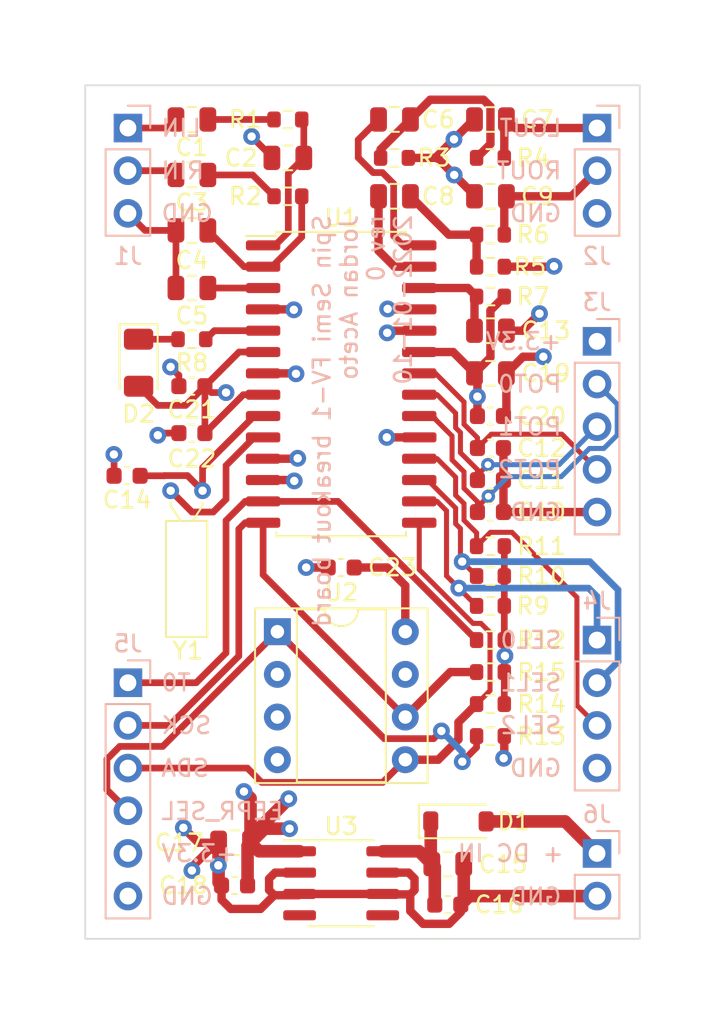
<source format=kicad_pcb>
(kicad_pcb (version 20221018) (generator pcbnew)
  (title_block (title "Spin Semi FV-1 Breakout Board") (date "2022-01-14") (rev "0") (comment 1 "creativecommons.org/licenses/by-sa/4.0/") (comment 2 "License: CC-by-SA") (comment 3 "Drawn by: Jordan Aceto"))
  (layers (0 "F.Cu" signal) (1 "In1.Cu" signal) (2 "In2.Cu" signal) (31 "B.Cu" signal) (34 "B.Paste" user) (35 "F.Paste" user) (36 "B.SilkS" user "B.Silkscreen") (37 "F.SilkS" user "F.Silkscreen") (38 "B.Mask" user) (39 "F.Mask" user) (44 "Edge.Cuts" user))
  (net 0 "")
  (net 1 "Net-(J1-Pin_1)")
  (net 2 "Net-(C1-Pad2)")
  (net 3 "Net-(U1-LIN)")
  (net 4 "GND")
  (net 5 "Net-(J1-Pin_2)")
  (net 6 "Net-(C3-Pad2)")
  (net 7 "Net-(U1-RIN)")
  (net 8 "Net-(U1-MID)")
  (net 9 "Net-(U1-LOUT)")
  (net 10 "Net-(C6-Pad2)")
  (net 11 "Net-(J2-Pin_1)")
  (net 12 "Net-(U1-ROUT)")
  (net 13 "Net-(C8-Pad2)")
  (net 14 "Net-(J2-Pin_2)")
  (net 15 "Net-(J3-Pin_2)")
  (net 16 "Net-(J3-Pin_3)")
  (net 17 "Net-(J3-Pin_4)")
  (net 18 "Net-(U1-REFP)")
  (net 19 "Net-(U1-X2)")
  (net 20 "Net-(D1-K)")
  (net 21 "+3.3V")
  (net 22 "Net-(D1-A)")
  (net 23 "Net-(D2-K)")
  (net 24 "Net-(J4-Pin_1)")
  (net 25 "Net-(J4-Pin_2)")
  (net 26 "Net-(J4-Pin_3)")
  (net 27 "/SDA")
  (net 28 "/SCK")
  (net 29 "/EEPR_SEL")
  (net 30 "/T0")
  (net 31 "Net-(U1-CLIP)")
  (net 32 "Net-(U1-X1)")
  (footprint "Capacitor_SMD:C_0805_2012Metric" (layer "F.Cu") (at 151.13 95.885)
    (fp_text reference "C19")
    (fp_text value "10u")
  )
  (footprint "Capacitor_SMD:C_0805_2012Metric" (layer "F.Cu") (at 133.35 90.805 180)
    (fp_text reference "C5")
    (fp_text value "10u")
  )
  (footprint "Resistor_SMD:R_0603_1608Metric" (layer "F.Cu") (at 151.13 107.95 180)
    (fp_text reference "R10")
    (fp_text value "10k")
  )
  (footprint "LED_SMD:LED_1206_3216Metric" (layer "F.Cu") (at 130.175 95.25 -90)
    (fp_text reference "D2")
    (fp_text value "LED")
  )
  (footprint "Package_SO:SOIC-8_3.9x4.9mm_P1.27mm" (layer "F.Cu") (at 142.24 126.238)
    (fp_text reference "U3")
    (fp_text value "L78L33_SO8")
  )
  (footprint "Capacitor_SMD:C_0805_2012Metric" (layer "F.Cu") (at 151.13 93.345)
    (fp_text reference "C13")
    (fp_text value "1u")
  )
  (footprint "Resistor_SMD:R_0603_1608Metric" (layer "F.Cu") (at 151.13 113.665 180)
    (fp_text reference "R15")
    (fp_text value "2k2")
  )
  (footprint "Diode_SMD:D_SOD-123" (layer "F.Cu") (at 149.225 122.555)
    (fp_text reference "D1")
    (fp_text value "D_Schottky")
  )
  (footprint "Capacitor_SMD:C_0603_1608Metric" (layer "F.Cu") (at 129.4892 101.981 180)
    (fp_text reference "C14")
    (fp_text value "12p")
  )
  (footprint "Capacitor_SMD:C_0805_2012Metric" (layer "F.Cu") (at 145.415 80.772)
    (fp_text reference "C6")
    (fp_text value "10u")
  )
  (footprint "Capacitor_SMD:C_0603_1608Metric" (layer "F.Cu") (at 133.35 96.647 180)
    (fp_text reference "C21")
    (fp_text value "100n")
  )
  (footprint "Resistor_SMD:R_0603_1608Metric" (layer "F.Cu") (at 151.13 87.63)
    (fp_text reference "R6")
    (fp_text value "1k")
  )
  (footprint "Capacitor_SMD:C_0603_1608Metric" (layer "F.Cu") (at 151.13 104.14)
    (fp_text reference "C10")
    (fp_text value "100n")
  )
  (footprint "Capacitor_SMD:C_0603_1608Metric" (layer "F.Cu") (at 142.24 107.442 180)
    (fp_text reference "C23")
    (fp_text value "100n")
  )
  (footprint "Capacitor_SMD:C_0805_2012Metric" (layer "F.Cu") (at 135.89 123.825 180)
    (fp_text reference "C17")
    (fp_text value "10u")
  )
  (footprint "Capacitor_SMD:C_0805_2012Metric" (layer "F.Cu") (at 148.59 125.095)
    (fp_text reference "C15")
    (fp_text value "10u")
  )
  (footprint "Capacitor_SMD:C_0603_1608Metric" (layer "F.Cu") (at 151.13 100.33)
    (fp_text reference "C12")
    (fp_text value "100n")
  )
  (footprint "Crystal:Crystal_C26-LF_D2.1mm_L6.5mm_Horizontal" (layer "F.Cu") (at 132.085 102.87)
    (fp_text reference "Y1")
    (fp_text value "32768Hz")
  )
  (footprint "Capacitor_SMD:C_0805_2012Metric" (layer "F.Cu") (at 133.35 84.074)
    (fp_text reference "C3")
    (fp_text value "1u")
  )
  (footprint "Resistor_SMD:R_0603_1608Metric" (layer "F.Cu") (at 151.13 89.535)
    (fp_text reference "R5")
    (fp_text value "10k")
  )
  (footprint "Capacitor_SMD:C_0603_1608Metric" (layer "F.Cu") (at 148.59 127.508)
    (fp_text reference "C16")
    (fp_text value "100n")
  )
  (footprint "Resistor_SMD:R_0603_1608Metric" (layer "F.Cu") (at 151.13 83.058)
    (fp_text reference "R4")
    (fp_text value "1k")
  )
  (footprint "Resistor_SMD:R_0603_1608Metric" (layer "F.Cu") (at 151.13 106.172 180)
    (fp_text reference "R11")
    (fp_text value "10k")
  )
  (footprint "Resistor_SMD:R_0603_1608Metric" (layer "F.Cu") (at 151.13 91.313 180)
    (fp_text reference "R7")
    (fp_text value "100")
  )
  (footprint "Resistor_SMD:R_0603_1608Metric" (layer "F.Cu") (at 145.415 83.058)
    (fp_text reference "R3")
    (fp_text value "10k")
  )
  (footprint "Capacitor_SMD:C_0805_2012Metric" (layer "F.Cu") (at 151.13 80.772 180)
    (fp_text reference "C7")
    (fp_text value "2n2")
  )
  (footprint "Capacitor_SMD:C_0805_2012Metric" (layer "F.Cu") (at 145.415 85.344)
    (fp_text reference "C8")
    (fp_text value "10u")
  )
  (footprint "Resistor_SMD:R_0603_1608Metric" (layer "F.Cu") (at 151.13 111.76 180)
    (fp_text reference "R12")
    (fp_text value "10k")
  )
  (footprint "Resistor_SMD:R_0603_1608Metric" (layer "F.Cu") (at 139.065 80.772)
    (fp_text reference "R1")
    (fp_text value "1k")
  )
  (footprint "Capacitor_SMD:C_0603_1608Metric" (layer "F.Cu") (at 133.35 99.441 180)
    (fp_text reference "C22")
    (fp_text value "100n")
  )
  (footprint "Package_DIP:DIP-8_W7.62mm_Socket" (layer "F.Cu") (at 138.44 111.262)
    (fp_text reference "U2")
    (fp_text value "24LC32")
  )
  (footprint "Capacitor_SMD:C_0805_2012Metric" (layer "F.Cu") (at 139.065 83.058 180)
    (fp_text reference "C2")
    (fp_text value "1n COG")
  )
  (footprint "Resistor_SMD:R_0603_1608Metric" (layer "F.Cu") (at 151.13 109.728 180)
    (fp_text reference "R9")
    (fp_text value "10k")
  )
  (footprint "Capacitor_SMD:C_0805_2012Metric" (layer "F.Cu") (at 133.35 87.376 180)
    (fp_text reference "C4")
    (fp_text value "1n COG")
  )
  (footprint "Capacitor_SMD:C_0603_1608Metric" (layer "F.Cu") (at 135.89 126.365 180)
    (fp_text reference "C18")
    (fp_text value "100n")
  )
  (footprint "Resistor_SMD:R_0603_1608Metric" (layer "F.Cu") (at 133.35 93.853 180)
    (fp_text reference "R8")
    (fp_text value "2k2")
  )
  (footprint "Capacitor_SMD:C_0805_2012Metric" (layer "F.Cu") (at 133.35 80.772)
    (fp_text reference "C1")
    (fp_text value "1u")
  )
  (footprint "Resistor_SMD:R_0603_1608Metric" (layer "F.Cu") (at 139.065 85.344)
    (fp_text reference "R2")
    (fp_text value "1k")
  )
  (footprint "Capacitor_SMD:C_0805_2012Metric" (layer "F.Cu") (at 151.13 85.344 180)
    (fp_text reference "C9")
    (fp_text value "2n2")
  )
  (footprint "Package_SO:SOIC-28W_7.5x17.9mm_P1.27mm" (layer "F.Cu") (at 142.24 96.52)
    (fp_text reference "U1")
    (fp_text value "spin_semi_fv1")
  )
  (footprint "Resistor_SMD:R_0603_1608Metric" (layer "F.Cu") (at 151.13 117.475)
    (fp_text reference "R13")
    (fp_text value "10k")
  )
  (footprint "Capacitor_SMD:C_0603_1608Metric" (layer "F.Cu") (at 151.13 102.235)
    (fp_text reference "C11")
    (fp_text value "100n")
  )
  (footprint "Resistor_SMD:R_0603_1608Metric" (layer "F.Cu") (at 151.13 115.57 180)
    (fp_text reference "R14")
    (fp_text value "2k2")
  )
  (footprint "Capacitor_SMD:C_0603_1608Metric" (layer "F.Cu") (at 151.13 98.425)
    (fp_text reference "C20")
    (fp_text value "100n")
  )
  (footprint "Connector_PinHeader_2.54mm:PinHeader_1x03_P2.54mm_Vertical" (layer "B.Cu") (at 157.48 81.28 180)
    (fp_text reference "J2")
    (fp_text value "signal_out")
  )
  (footprint "Connector_PinHeader_2.54mm:PinHeader_1x05_P2.54mm_Vertical" (layer "B.Cu") (at 157.48 93.98 180)
    (fp_text reference "J3")
    (fp_text value "cv_in")
  )
  (footprint "Connector_PinHeader_2.54mm:PinHeader_1x06_P2.54mm_Vertical" (layer "B.Cu") (at 129.54 114.3 180)
    (fp_text reference "J5")
    (fp_text value "eeprom_prog_port")
  )
  (footprint "Connector_PinHeader_2.54mm:PinHeader_1x03_P2.54mm_Vertical" (layer "B.Cu") (at 129.54 81.28 180)
    (fp_text reference "J1")
    (fp_text value "signal_in")
  )
  (footprint "Connector_PinHeader_2.54mm:PinHeader_1x04_P2.54mm_Vertical" (layer "B.Cu") (at 157.48 111.76 180)
    (fp_text reference "J4")
    (fp_text value "prog_sel")
  )
  (footprint "Connector_PinHeader_2.54mm:PinHeader_1x02_P2.54mm_Vertical" (layer "B.Cu") (at 157.48 124.46 180)
    (fp_text reference "J6")
    (fp_text value "DC_in")
  )
  (gr_line (start 160.02 78.74) (end 127 78.74) (stroke (width 0.1)) (layer "Edge.Cuts"))
  (gr_line (start 127 78.74) (end 127 129.54) (stroke (width 0.1)) (layer "Edge.Cuts"))
  (gr_line (start 160.02 129.54) (end 160.02 78.74) (stroke (width 0.1)) (layer "Edge.Cuts"))
  (gr_line (start 127 129.54) (end 160.02 129.54) (stroke (width 0.1)) (layer "Edge.Cuts"))
  (gr_text "SEL1" (at 155.448 114.3) (layer "B.SilkS") (effects (font (size 1 1)) (justify left mirror)))
  (gr_text "POT0" (at 155.448 96.52) (layer "B.SilkS") (effects (font (size 1 1)) (justify left mirror)))
  (gr_text "POT2" (at 155.448 101.6) (layer "B.SilkS") (effects (font (size 1 1)) (justify left mirror)))
  (gr_text "SDA" (at 131.445 119.38) (layer "B.SilkS") (effects (font (size 1 1)) (justify right mirror)))
  (gr_text "+ DC IN" (at 155.575 124.46) (layer "B.SilkS") (effects (font (size 1 1)) (justify left mirror)))
  (gr_text "LIN" (at 131.445 81.28) (layer "B.SilkS") (effects (font (size 1 1)) (justify right mirror)))
  (gr_text "SEL0" (at 155.448 111.76) (layer "B.SilkS") (effects (font (size 1 1)) (justify left mirror)))
  (gr_text "+3.3V" (at 155.448 93.98) (layer "B.SilkS") (effects (font (size 1 1)) (justify left mirror)))
  (gr_text "POT1" (at 155.448 99.06) (layer "B.SilkS") (effects (font (size 1 1)) (justify left mirror)))
  (gr_text "EEPR_SEL" (at 131.445 121.95) (layer "B.SilkS") (effects (font (size 1 1)) (justify right mirror)))
  (gr_text "SCK" (at 131.445 116.84) (layer "B.SilkS") (effects (font (size 1 1)) (justify right mirror)))
  (gr_text "GND" (at 155.448 127.03) (layer "B.SilkS") (effects (font (size 1 1)) (justify left mirror)))
  (gr_text "GND" (at 155.448 104.14) (layer "B.SilkS") (effects (font (size 1 1)) (justify left mirror)))
  (gr_text "SEL2" (at 155.448 116.84) (layer "B.SilkS") (effects (font (size 1 1)) (justify left mirror)))
  (gr_text "GND" (at 131.445 127) (layer "B.SilkS") (effects (font (size 1 1)) (justify right mirror)))
  (gr_text "Spin Semi FV-1 breakout board\nJordan Aceto\nrev 0\n2022-01-10" (at 143.51 86.36 90) (layer "B.SilkS") (effects (font (size 1 1)) (justify left mirror)))
  (gr_text "RIN" (at 131.445 83.82) (layer "B.SilkS") (effects (font (size 1 1)) (justify right mirror)))
  (gr_text "T0" (at 131.445 114.3) (layer "B.SilkS") (effects (font (size 1 1)) (justify right mirror)))
  (gr_text "GND" (at 155.448 86.36) (layer "B.SilkS") (effects (font (size 1 1)) (justify left mirror)))
  (gr_text "LOUT" (at 155.448 81.28) (layer "B.SilkS") (effects (font (size 1 1)) (justify left mirror)))
  (gr_text "GND" (at 131.445 86.36) (layer "B.SilkS") (effects (font (size 1 1)) (justify right mirror)))
  (gr_text "+3.3V" (at 131.445 124.46) (layer "B.SilkS") (effects (font (size 1 1)) (justify right mirror)))
  (gr_text "GND" (at 155.448 119.38) (layer "B.SilkS") (effects (font (size 1 1)) (justify left mirror)))
  (gr_text "ROUT" (at 155.448 83.82) (layer "B.SilkS") (effects (font (size 1 1)) (justify left mirror)))
  (segment (start 131.892 81.28) (end 132.4 80.772) (width 0.4) (layer "F.Cu") (net 1))
  (segment (start 129.54 81.28) (end 131.892 81.28) (width 0.4) (layer "F.Cu") (net 1))
  (segment (start 134.3 80.772) (end 138.24 80.772) (width 0.4) (layer "F.Cu") (net 2))
  (segment (start 139.09048 83.98252) (end 139.09048 87.47752) (width 0.4) (layer "F.Cu") (net 3))
  (segment (start 138.303 88.265) (end 137.59 88.265) (width 0.4) (layer "F.Cu") (net 3))
  (segment (start 140.015 80.897) (end 139.89 80.772) (width 0.4) (layer "F.Cu") (net 3))
  (segment (start 139.09048 87.47752) (end 138.303 88.265) (width 0.4) (layer "F.Cu") (net 3))
  (segment (start 140.015 83.058) (end 139.09048 83.98252) (width 0.4) (layer "F.Cu") (net 3))
  (segment (start 140.015 83.058) (end 140.015 80.897) (width 0.4) (layer "F.Cu") (net 3))
  (segment (start 145.034 92.075) (end 145.0086 92.0496) (width 0.5) (layer "F.Cu") (net 4))
  (segment (start 130.556 87.376) (end 129.54 86.36) (width 0.4) (layer "F.Cu") (net 4))
  (segment (start 150.1394 80.772) (end 148.9583 81.9531) (width 0.5) (layer "F.Cu") (net 4))
  (segment (start 139.6238 100.965) (end 139.6492 100.9396) (width 0.5) (layer "F.Cu") (net 4))
  (segment (start 137.9474 125.9586) (end 137.9474 126.6444) (width 0.5) (layer "F.Cu") (net 4))
  (segment (start 149.873 127) (end 157.48 127) (width 0.75) (layer "F.Cu") (net 4))
  (segment (start 132.575 96.647) (end 132.575 95.999) (width 0.4) (layer "F.Cu") (net 4))
  (segment (start 152.08 95.885) (end 153.0706 94.8944) (width 0.5) (layer "F.Cu") (net 4))
  (segment (start 149.365 127.508) (end 149.873 127) (width 0.75) (layer "F.Cu") (net 4))
  (segment (start 147.1168 128.651) (end 148.6662 128.651) (width 0.5) (layer "F.Cu") (net 4))
  (segment (start 137.9474 126.6444) (end 138.2522 126.9492) (width 0.5) (layer "F.Cu") (net 4))
  (segment (start 146.89 93.345) (end 145.1102 93.345) (width 0.5) (layer "F.Cu") (net 4))
  (segment (start 146.89 92.075) (end 145.034 92.075) (width 0.5) (layer "F.Cu") (net 4))
  (segment (start 132.575 95.999) (end 132.08 95.504) (width 0.4) (layer "F.Cu") (net 4))
  (segment (start 151.955 118.7582) (end 151.9174 118.7958) (width 0.5) (layer "F.Cu") (net 4))
  (segment (start 151.905 104.14) (end 157.48 104.14) (width 0.5) (layer "F.Cu") (net 4))
  (segment (start 152.08 98.25) (end 151.905 98.425) (width 0.5) (layer "F.Cu") (net 4))
  (segment (start 134.94 123.825) (end 134.9248 123.8402) (width 0.5) (layer "F.Cu") (net 4))
  (segment (start 146.6088 126.6444) (end 146.3548 126.8984) (width 0.5) (layer "F.Cu") (net 4))
  (segment (start 150.18 80.772) (end 150.1394 80.772) (width 0.5) (layer "F.Cu") (net 4))
  (segment (start 146.89 99.695) (end 144.9578 99.695) (width 0.5) (layer "F.Cu") (net 4))
  (segment (start 144.715 125.603) (end 146.2532 125.603) (width 0.5) (layer "F.Cu") (net 4))
  (segment (start 150.18 85.283) (end 148.971 84.074) (width 0.5) (layer "F.Cu") (net 4))
  (segment (start 137.59 102.235) (end 139.3952 102.235) (width 0.5) (layer "F.Cu") (net 4))
  (segment (start 132.575 99.441) (end 131.445 99.441) (width 0.4) (layer "F.Cu") (net 4))
  (segment (start 149.54 125.095) (end 149.54 127.333) (width 0.75) (layer "F.Cu") (net 4))
  (segment (start 146.6088 125.9586) (end 146.6088 126.6444) (width 0.5) (layer "F.Cu") (net 4))
  (segment (start 128.7142 100.7234) (end 128.7018 100.711) (width 0.4) (layer "F.Cu") (net 4))
  (segment (start 146.24 83.058) (end 147.955 83.058) (width 0.5) (layer "F.Cu") (net 4))
  (segment (start 139.5222 95.885) (end 139.5476 95.9104) (width 0.5) (layer "F.Cu") (net 4))
  (segment (start 138.115 83.058) (end 138.115 82.997) (width 0.4) (layer "F.Cu") (net 4))
  (segment (start 137.59 92.075) (end 139.3952 92.075) (width 0.5) (layer "F.Cu") (net 4))
  (segment (start 134.7978 123.825) (end 133.35 125.2728) (width 0.5) (layer "F.Cu") (net 4))
  (segment (start 147.955 83.058) (end 147.955 82.9564) (width 0.5) (layer "F.Cu") (net 4))
  (segment (start 151.955 89.535) (end 154.8892 89.535) (width 0.5) (layer "F.Cu") (net 4))
  (segment (start 144.7404 126.8984) (end 144.715 126.873) (width 0.5) (layer "F.Cu") (net 4))
  (segment (start 131.445 99.441) (end 131.318 99.568) (width 0.4) (layer "F.Cu") (net 4))
  (segment (start 146.2532 125.603) (end 146.6088 125.9586) (width 0.5) (layer "F.Cu") (net 4))
  (segment (start 137.4394 127.762) (end 135.6614 127.762) (width 0.5) (layer "F.Cu") (net 4))
  (segment (start 135.6614 127.762) (end 135.115 127.2156) (width 0.5) (layer "F.Cu") (net 4))
  (segment (start 146.3548 127.889) (end 147.1168 128.651) (width 0.5) (layer "F.Cu") (net 4))
  (segment (start 132.4 87.376) (end 132.4 90.805) (width 0.4) (layer "F.Cu") (net 4))
  (segment (start 137.59 100.965) (end 139.6238 100.965) (width 0.5) (layer "F.Cu") (net 4))
  (segment (start 135.115 127.2156) (end 135.115 126.365) (width 0.5) (layer "F.Cu") (net 4))
  (segment (start 147.955 82.9564) (end 148.9456 81.9658) (width 0.5) (layer "F.Cu") (net 4))
  (segment (start 134.94 123.825) (end 134.94 126.19) (width 0.75) (layer "F.Cu") (net 4))
  (segment (start 145.1102 93.345) (end 144.9832 93.472) (width 0.5) (layer "F.Cu") (net 4))
  (segment (start 149.365 127.9522) (end 149.365 127.508) (width 0.5) (layer "F.Cu") (net 4))
  (segment (start 154.8892 89.535) (end 154.9146 89.5096) (width 0.5) (layer "F.Cu") (net 4))
  (segment (start 139.765 125.603) (end 138.303 125.603) (width 0.5) (layer "F.Cu") (net 4))
  (segment (start 148.9583 81.9531) (end 148.9456 81.9658) (width 0.5) (layer "F.Cu") (net 4))
  (segment (start 139.6888 126.9492) (end 139.765 126.873) (width 0.5) (layer "F.Cu") (net 4))
  (segment (start 133.731 123.825) (end 132.842 122.936) (width 0.5) (layer "F.Cu") (net 4))
  (segment (start 137.59 95.885) (end 139.5222 95.885) (width 0.5) (layer "F.Cu") (net 4))
  (segment (start 148.6662 128.651) (end 149.365 127.9522) (width 0.5) (layer "F.Cu") (net 4))
  (segment (start 147.955 83.058) (end 148.971 84.074) (width 0.5) (layer "F.Cu") (net 4))
  (segment (start 138.2522 126.9492) (end 139.6888 126.9492) (width 0.5) (layer "F.Cu") (net 4))
  (segment (start 138.303 125.603) (end 137.9474 125.9586) (width 0.5) (layer "F.Cu") (net 4))
  (segment (start 138.115 82.997) (end 136.906 81.788) (width 0.4) (layer "F.Cu") (net 4))
  (segment (start 139.3952 92.075) (end 139.4206 92.1004) (width 0.5) (layer "F.Cu") (net 4))
  (segment (start 153.035 93.345) (end 154.051 92.329) (width 0.5) (layer "F.Cu") (net 4))
  (segment (start 133.35 125.2728) (end 133.35 125.476) (width 0.5) (layer "F.Cu") (net 4))
  (segment (start 138.2522 126.9492) (end 137.4394 127.762) (width 0.5) (layer "F.Cu") (net 4))
  (segment (start 134.9248 123.8402) (end 134.9248 125.1712) (width 0.5) (layer "F.Cu") (net 4))
  (segment (start 146.3548 126.8984) (end 144.7404 126.8984) (width 0.5) (layer "F.Cu") (net 4))
  (segment (start 151.955 117.475) (end 151.955 118.7582) (width 0.5) (layer "F.Cu") (net 4))
  (segment (start 134.94 123.825) (end 133.731 123.825) (width 0.5) (layer "F.Cu") (net 4))
  (segment (start 146.3548 126.8984) (end 146.3548 127.889) (width 0.5) (layer "F.Cu") (net 4))
  (segment (start 152.08 93.345) (end 153.035 93.345) (width 0.5) (layer "F.Cu") (net 4))
  (segment (start 151.905 100.33) (end 151.905 104.14) (width 0.5) (layer "F.Cu") (net 4))
  (segment (start 132.4 87.376) (end 130.556 87.376) (width 0.4) (layer "F.Cu") (net 4))
  (segment (start 128.7142 101.981) (end 128.7142 100.7234) (width 0.4) (layer "F.Cu") (net 4))
  (segment (start 150.18 85.344) (end 150.18 85.283) (width 0.5) (layer "F.Cu") (net 4))
  (segment (start 141.465 107.442) (end 140.1572 107.442) (width 0.5) (layer "F.Cu") (net 4))
  (segment (start 134.94 126.19) (end 135.115 126.365) (width 0.75) (layer "F.Cu") (net 4))
  (segment (start 153.0706 94.8944) (end 154.2796 94.8944) (width 0.5) (layer "F.Cu") (net 4))
  (segment (start 139.3952 102.235) (end 139.446 102.2858) (width 0.5) (layer "F.Cu") (net 4))
  (segment (start 144.715 126.873) (end 139.765 126.873) (width 0.5) (layer "F.Cu") (net 4))
  (segment (start 152.08 95.885) (end 152.08 98.25) (width 0.5) (layer "F.Cu") (net 4))
  (via (at 139.4206 92.1004) (size 1) (drill 0.5) (layers "F.Cu" "B.Cu") (net 4))
  (via (at 139.446 102.2858) (size 1) (drill 0.5) (layers "F.Cu" "B.Cu") (net 4))
  (via (at 151.9174 118.7958) (size 1) (drill 0.5) (layers "F.Cu" "B.Cu") (net 4))
  (via (at 145.0086 92.0496) (size 1) (drill 0.5) (layers "F.Cu" "B.Cu") (net 4))
  (via (at 128.7018 100.711) (size 1) (drill 0.5) (layers "F.Cu" "B.Cu") (net 4))
  (via (at 154.051 92.329) (size 1) (drill 0.5) (layers "F.Cu" "B.Cu") (net 4))
  (via (at 139.5476 95.9104) (size 1) (drill 0.5) (layers "F.Cu" "B.Cu") (net 4))
  (via (at 154.9146 89.5096) (size 1) (drill 0.5) (layers "F.Cu" "B.Cu") (net 4))
  (via (at 144.9578 99.695) (size 1) (drill 0.5) (layers "F.Cu" "B.Cu") (net 4))
  (via (at 140.1572 107.442) (size 1) (drill 0.5) (layers "F.Cu" "B.Cu") (net 4))
  (via (at 139.6492 100.9396) (size 1) (drill 0.5) (layers "F.Cu" "B.Cu") (net 4))
  (via (at 133.35 125.476) (size 1) (drill 0.5) (layers "F.Cu" "B.Cu") (net 4))
  (via (at 132.842 122.936) (size 1) (drill 0.5) (layers "F.Cu" "B.Cu") (net 4))
  (via (at 134.9248 125.1712) (size 1) (drill 0.5) (layers "F.Cu" "B.Cu") (net 4))
  (via (at 132.08 95.504) (size 1) (drill 0.5) (layers "F.Cu" "B.Cu") (net 4))
  (via (at 148.9583 81.9531) (size 1) (drill 0.5) (layers "F.Cu" "B.Cu") (net 4))
  (via (at 154.2796 94.8944) (size 1) (drill 0.5) (layers "F.Cu" "B.Cu") (net 4))
  (via (at 148.971 84.074) (size 1) (drill 0.5) (layers "F.Cu" "B.Cu") (net 4))
  (via (at 136.906 81.788) (size 1) (drill 0.5) (layers "F.Cu" "B.Cu") (net 4))
  (via (at 144.9832 93.472) (size 1) (drill 0.5) (layers "F.Cu" "B.Cu") (net 4))
  (via (at 131.318 99.568) (size 1) (drill 0.5) (layers "F.Cu" "B.Cu") (net 4))
  (segment (start 132.146 83.82) (end 132.4 84.074) (width 0.4) (layer "F.Cu") (net 5))
  (segment (start 129.54 83.82) (end 132.146 83.82) (width 0.4) (layer "F.Cu") (net 5))
  (segment (start 134.3 84.074) (end 136.97 84.074) (width 0.4) (layer "F.Cu") (net 6))
  (segment (start 136.97 84.074) (end 138.24 85.344) (width 0.4) (layer "F.Cu") (net 6))
  (segment (start 137.59 89.535) (end 138.122138 89.535) (width 0.4) (layer "F.Cu") (net 7))
  (segment (start 138.122138 89.535) (end 139.89 87.767138) (width 0.4) (layer "F.Cu") (net 7))
  (segment (start 137.59 89.535) (end 136.459 89.535) (width 0.4) (layer "F.Cu") (net 7))
  (segment (start 136.459 89.535) (end 134.3 87.376) (width 0.4) (layer "F.Cu") (net 7))
  (segment (start 139.89 87.767138) (end 139.89 85.344) (width 0.4) (layer "F.Cu") (net 7))
  (segment (start 137.59 90.805) (end 134.3 90.805) (width 0.4) (layer "F.Cu") (net 8))
  (segment (start 144.141671 83.93252) (end 143.256 83.046849) (width 0.4) (layer "F.Cu") (net 9))
  (segment (start 143.256 83.046849) (end 143.256 81.981) (width 0.4) (layer "F.Cu") (net 9))
  (segment (start 145.923 88.265) (end 145.36452 87.70652) (width 0.4) (layer "F.Cu") (net 9))
  (segment (start 145.36452 87.70652) (end 145.36452 84.599961) (width 0.4) (layer "F.Cu") (net 9))
  (segment (start 143.256 81.981) (end 144.465 80.772) (width 0.4) (layer "F.Cu") (net 9))
  (segment (start 144.697079 83.93252) (end 144.141671 83.93252) (width 0.4) (layer "F.Cu") (net 9))
  (segment (start 145.36452 84.599961) (end 144.697079 83.93252) (width 0.4) (layer "F.Cu") (net 9))
  (segment (start 146.89 88.265) (end 145.923 88.265) (width 0.4) (layer "F.Cu") (net 9))
  (segment (start 151.12952 80.00725) (end 150.71975 79.59748) (width 0.5) (layer "F.Cu") (net 10))
  (segment (start 150.305 83.058) (end 151.12952 82.23348) (width 0.5) (layer "F.Cu") (net 10))
  (segment (start 144.59 82.547) (end 146.365 80.772) (width 0.5) (layer "F.Cu") (net 10))
  (segment (start 144.59 83.058) (end 144.59 82.547) (width 0.5) (layer "F.Cu") (net 10))
  (segment (start 151.12952 82.23348) (end 151.12952 80.00725) (width 0.5) (layer "F.Cu") (net 10))
  (segment (start 147.53952 79.59748) (end 146.365 80.772) (width 0.5) (layer "F.Cu") (net 10))
  (segment (start 150.71975 79.59748) (end 147.53952 79.59748) (width 0.5) (layer "F.Cu") (net 10))
  (segment (start 151.955 83.058) (end 151.955 80.897) (width 0.5) (layer "F.Cu") (net 11))
  (segment (start 151.955 80.897) (end 152.08 80.772) (width 0.5) (layer "F.Cu") (net 11))
  (segment (start 152.588 81.28) (end 157.48 81.28) (width 0.5) (layer "F.Cu") (net 11))
  (segment (start 152.08 80.772) (end 152.588 81.28) (width 0.5) (layer "F.Cu") (net 11))
  (segment (start 145.415 89.535) (end 144.465 88.585) (width 0.5) (layer "F.Cu") (net 12))
  (segment (start 144.465 88.585) (end 144.465 85.344) (width 0.5) (layer "F.Cu") (net 12))
  (segment (start 146.89 89.535) (end 145.415 89.535) (width 0.5) (layer "F.Cu") (net 12))
  (segment (start 148.651 87.63) (end 146.365 85.344) (width 0.5) (layer "F.Cu") (net 13))
  (segment (start 150.305 89.535) (end 150.305 87.63) (width 0.5) (layer "F.Cu") (net 13))
  (segment (start 150.305 87.63) (end 148.651 87.63) (width 0.5) (layer "F.Cu") (net 13))
  (segment (start 155.956 85.344) (end 157.48 83.82) (width 0.5) (layer "F.Cu") (net 14))
  (segment (start 151.955 85.469) (end 152.08 85.344) (width 0.5) (layer "F.Cu") (net 14))
  (segment (start 152.08 85.344) (end 155.956 85.344) (width 0.5) (layer "F.Cu") (net 14))
  (segment (start 151.955 87.63) (end 151.955 85.469) (width 0.5) (layer "F.Cu") (net 14))
  (segment (start 149.55548 101.747027) (end 148.843981 101.035528) (width 0.3) (layer "F.Cu") (net 15))
  (segment (start 150.355 103.8482) (end 151.003 103.2002) (width 0.3) (layer "F.Cu") (net 15))
  (segment (start 148.843981 101.035528) (end 148.843981 99.614318) (width 0.3) (layer "F.Cu") (net 15))
  (segment (start 147.828 98.598337) (end 147.828 98.552) (width 0.3) (layer "F.Cu") (net 15))
  (segment (start 150.355 104.14) (end 150.355 103.522493) (width 0.3) (layer "F.Cu") (net 15))
  (segment (start 150.355 103.522493) (end 149.55548 102.722973) (width 0.3) (layer "F.Cu") (net 15))
  (segment (start 149.55548 102.722973) (end 149.55548 101.747027) (width 0.3) (layer "F.Cu") (net 15))
  (segment (start 148.843981 99.614318) (end 147.828 98.598337) (width 0.3) (layer "F.Cu") (net 15))
  (via (at 151.003 103.2002) (size 0.8) (drill 0.4) (layers "F.Cu" "B.Cu") (net 15))
  (segment (start 158.679511 99.556855) (end 158.679511 97.719511) (width 0.3) (layer "B.Cu") (net 15))
  (segment (start 157.880966 100.3554) (end 158.679511 99.556855) (width 0.3) (layer "B.Cu") (net 15))
  (segment (start 158.679511 97.719511) (end 157.48 96.52) (width 0.3) (layer "B.Cu") (net 15))
  (segment (start 151.003 103.2002) (end 152.1714 102.0318) (width 0.3) (layer "B.Cu") (net 15))
  (segment (start 157.028234 100.3554) (end 157.880966 100.3554) (width 0.3) (layer "B.Cu") (net 15))
  (segment (start 155.351834 102.0318) (end 157.028234 100.3554) (width 0.3) (layer "B.Cu") (net 15))
  (segment (start 152.1714 102.0318) (end 155.351834 102.0318) (width 0.3) (layer "B.Cu") (net 15))
  (segment (start 149.343502 100.605995) (end 149.343501 99.407422) (width 0.3) (layer "F.Cu") (net 16))
  (segment (start 147.955 97.155) (end 146.89 97.155) (width 0.3) (layer "F.Cu") (net 16))
  (segment (start 150.355 101.9432) (end 150.9776 101.3206) (width 0.3) (layer "F.Cu") (net 16))
  (segment (start 150.355 101.617493) (end 149.343502 100.605995) (width 0.3) (layer "F.Cu") (net 16))
  (segment (start 149.055969 99.11989) (end 149.055969 98.255969) (width 0.3) (layer "F.Cu") (net 16))
  (segment (start 149.055969 98.255969) (end 147.955 97.155) (width 0.3) (layer "F.Cu") (net 16))
  (segment (start 149.343501 99.407422) (end 149.055969 99.11989) (width 0.3) (layer "F.Cu") (net 16))
  (segment (start 150.355 102.235) (end 150.355 101.617493) (width 0.3) (layer "F.Cu") (net 16))
  (via (at 150.9776 101.3206) (size 0.8) (drill 0.4) (layers "F.Cu" "B.Cu") (net 16))
  (segment (start 155.2194 101.3206) (end 157.48 99.06) (width 0.3) (layer "B.Cu") (net 16))
  (segment (start 150.9776 101.3206) (end 155.2194 101.3206) (width 0.3) (layer "B.Cu") (net 16))
  (segment (start 150.355 100.33) (end 150.355 99.712493) (width 0.3) (layer "F.Cu") (net 17))
  (segment (start 149.55548 98.912973) (end 149.55548 97.58652) (width 0.3) (layer "F.Cu") (net 17))
  (segment (start 149.55548 97.58652) (end 147.85396 95.885) (width 0.3) (layer "F.Cu") (net 17))
  (segment (start 151.17952 99.50548) (end 155.38548 99.50548) (width 0.3) (layer "F.Cu") (net 17))
  (segment (start 150.355 99.712493) (end 149.55548 98.912973) (width 0.3) (layer "F.Cu") (net 17))
  (segment (start 150.355 100.33) (end 151.17952 99.50548) (width 0.3) (layer "F.Cu") (net 17))
  (segment (start 155.38548 99.50548) (end 157.48 101.6) (width 0.3) (layer "F.Cu") (net 17))
  (segment (start 147.85396 95.885) (end 146.89 95.885) (width 0.3) (layer "F.Cu") (net 17))
  (segment (start 150.18 91.438) (end 150.305 91.313) (width 0.5) (layer "F.Cu") (net 18))
  (segment (start 146.89 90.805) (end 149.797 90.805) (width 0.5) (layer "F.Cu") (net 18))
  (segment (start 149.797 90.805) (end 150.305 91.313) (width 0.5) (layer "F.Cu") (net 18))
  (segment (start 150.18 93.345) (end 150.18 91.438) (width 0.5) (layer "F.Cu") (net 18))
  (segment (start 137.057862 98.425) (end 133.985 101.497862) (width 0.4) (layer "F.Cu") (net 19))
  (segment (start 131.701898 101.981) (end 130.2642 101.981) (width 0.4) (layer "F.Cu") (net 19))
  (segment (start 137.59 98.425) (end 137.057862 98.425) (width 0.4) (layer "F.Cu") (net 19))
  (segment (start 131.712409 101.970489) (end 131.701898 101.981) (width 0.4) (layer "F.Cu") (net 19))
  (segment (start 133.985 101.497862) (end 133.985 102.87) (width 0.4) (layer "F.Cu") (net 19))
  (segment (start 133.985 102.87) (end 133.085489 101.970489) (width 0.4) (layer "F.Cu") (net 19))
  (segment (start 133.085489 101.970489) (end 131.712409 101.970489) (width 0.4) (layer "F.Cu") (net 19))
  (segment (start 144.715 124.333) (end 146.878 124.333) (width 0.75) (layer "F.Cu") (net 20))
  (segment (start 146.878 124.333) (end 147.815 125.27) (width 0.75) (layer "F.Cu") (net 20))
  (segment (start 147.575 122.555) (end 147.575 125.03) (width 0.75) (layer "F.Cu") (net 20))
  (segment (start 147.815 127.508) (end 147.815 125.27) (width 0.75) (layer "F.Cu") (net 20))
  (segment (start 151.12952 94.93548) (end 151.12952 92.13848) (width 0.5) (layer "F.Cu") (net 21))
  (segment (start 139.765 124.333) (end 137.348 124.333) (width 0.75) (layer "F.Cu") (net 21))
  (segment (start 131.315 97.79) (end 130.175 96.65) (width 0.4) (layer "F.Cu") (net 21))
  (segment (start 136.84 123.825) (end 136.84 121.1682) (width 0.75) (layer "F.Cu") (net 21))
  (segment (start 146.06 108.5188) (end 144.9832 107.442) (width 0.5) (layer "F.Cu") (net 21))
  (segment (start 136.157 94.615) (end 134.125 96.647) (width 0.4) (layer "F.Cu") (net 21))
  (segment (start 132.982 97.79) (end 131.315 97.79) (width 0.4) (layer "F.Cu") (net 21))
  (segment (start 134.125 96.647) (end 132.982 97.79) (width 0.4) (layer "F.Cu") (net 21))
  (segment (start 150.355 98.425) (end 150.355 97.2696) (width 0.5) (layer "F.Cu") (net 21))
  (segment (start 135.382 97.028) (end 134.506 97.028) (width 0.4) (layer "F.Cu") (net 21))
  (segment (start 136.84 121.1682) (end 136.4488 120.777) (width 0.75) (layer "F.Cu") (net 21))
  (segment (start 150.355 97.2696) (end 150.355 96.06) (width 0.5) (layer "F.Cu") (net 21))
  (segment (start 148.91 94.615) (end 150.18 95.885) (width 0.5) (layer "F.Cu") (net 21))
  (segment (start 136.665 124) (end 136.84 123.825) (width 0.75) (layer "F.Cu") (net 21))
  (segment (start 136.411 97.155) (end 134.125 99.441) (width 0.4) (layer "F.Cu") (net 21))
  (segment (start 146.06 111.262) (end 146.06 108.5188) (width 0.5) (layer "F.Cu") (net 21))
  (segment (start 134.506 97.028) (end 134.125 96.647) (width 0.4) (layer "F.Cu") (net 21))
  (segment (start 150.355 96.06) (end 150.18 95.885) (width 0.5) (layer "F.Cu") (net 21))
  (segment (start 146.89 94.615) (end 148.91 94.615) (width 0.5) (layer "F.Cu") (net 21))
  (segment (start 136.84 123.825) (end 137.6782 122.9868) (width 0.75) (layer "F.Cu") (net 21))
  (segment (start 137.348 124.333) (end 136.84 123.825) (width 0.75) (layer "F.Cu") (net 21))
  (segment (start 144.9832 107.442) (end 143.015 107.442) (width 0.5) (layer "F.Cu") (net 21))
  (segment (start 137.59 94.615) (end 136.157 94.615) (width 0.4) (layer "F.Cu") (net 21))
  (segment (start 137.59 97.155) (end 136.411 97.155) (width 0.4) (layer "F.Cu") (net 21))
  (segment (start 151.12952 92.13848) (end 151.955 91.313) (width 0.5) (layer "F.Cu") (net 21))
  (segment (start 134.125 99.441) (end 134.125 96.647) (width 0.4) (layer "F.Cu") (net 21))
  (segment (start 136.84 123.4846) (end 139.1158 121.2088) (width 0.75) (layer "F.Cu") (net 21))
  (segment (start 136.84 123.825) (end 136.84 123.4846) (width 0.75) (layer "F.Cu") (net 21))
  (segment (start 151.955 115.57) (end 151.955 106.172) (width 0.4) (layer "F.Cu") (net 21))
  (segment (start 150.18 95.885) (end 151.12952 94.93548) (width 0.5) (layer "F.Cu") (net 21))
  (segment (start 137.6782 122.9868) (end 139.1666 122.9868) (width 0.75) (layer "F.Cu") (net 21))
  (segment (start 136.665 126.365) (end 136.665 124) (width 0.75) (layer "F.Cu") (net 21))
  (via (at 151.9936 112.6998) (size 1) (drill 0.5) (layers "F.Cu" "B.Cu") (net 21))
  (via (at 136.4488 120.777) (size 1) (drill 0.5) (layers "F.Cu" "B.Cu") (net 21))
  (via (at 150.355 97.2696) (size 1) (drill 0.5) (layers "F.Cu" "B.Cu") (net 21))
  (via (at 135.382 97.028) (size 1) (drill 0.5) (layers "F.Cu" "B.Cu") (net 21))
  (via (at 139.1666 122.9868) (size 1) (drill 0.5) (layers "F.Cu" "B.Cu") (net 21))
  (via (at 139.1158 121.2088) (size 1) (drill 0.5) (layers "F.Cu" "B.Cu") (net 21))
  (segment (start 150.875 122.555) (end 155.575 122.555) (width 0.75) (layer "F.Cu") (net 22))
  (segment (start 155.575 122.555) (end 157.48 124.46) (width 0.75) (layer "F.Cu") (net 22))
  (segment (start 132.525 93.853) (end 130.178 93.853) (width 0.4) (layer "F.Cu") (net 23))
  (segment (start 130.178 93.853) (end 130.175 93.85) (width 0.4) (layer "F.Cu") (net 23))
  (segment (start 148.5138 107.9368) (end 148.5138 104.0638) (width 0.3) (layer "F.Cu") (net 24))
  (segment (start 150.305 109.728) (end 148.5138 107.9368) (width 0.3) (layer "F.Cu") (net 24))
  (segment (start 148.5138 104.0638) (end 147.955 103.505) (width 0.3) (layer "F.Cu") (net 24))
  (segment (start 147.955 103.505) (end 146.89 103.505) (width 0.3) (layer "F.Cu") (net 24))
  (via (at 149.2443 108.6673) (size 1) (drill 0.5) (layers "F.Cu" "B.Cu") (net 24))
  (segment (start 156.9781 108.6673) (end 149.2443 108.6673) (width 0.4) (layer "B.Cu") (net 24))
  (segment (start 157.48 111.76) (end 157.48 109.1692) (width 0.4) (layer "B.Cu") (net 24))
  (segment (start 157.48 109.1692) (end 156.9781 108.6673) (width 0.4) (layer "B.Cu") (net 24))
  (segment (start 149.343511 106.988511) (end 150.305 107.95) (width 0.3) (layer "F.Cu") (net 25))
  (segment (start 146.89 102.235) (end 147.391415 102.235) (width 0.3) (layer "F.Cu") (net 25))
  (segment (start 149.055969 104.834878) (end 149.343511 105.12242) (width 0.3) (layer "F.Cu") (net 25))
  (segment (start 149.055969 103.899554) (end 149.055969 104.834878) (width 0.3) (layer "F.Cu") (net 25))
  (segment (start 147.391415 102.235) (end 149.055969 103.899554) (width 0.3) (layer "F.Cu") (net 25))
  (segment (start 149.343511 105.12242) (end 149.343511 106.988511) (width 0.3) (layer "F.Cu") (net 25))
  (via (at 149.4475 107.0925) (size 1) (drill 0.5) (layers "F.Cu" "B.Cu") (net 25))
  (segment (start 157.48 114.3) (end 158.729511 113.050489) (width 0.4) (layer "B.Cu") (net 25))
  (segment (start 158.729511 113.050489) (end 158.729511 108.767711) (width 0.4) (layer "B.Cu") (net 25))
  (segment (start 158.729511 108.767711) (end 157.0543 107.0925) (width 0.4) (layer "B.Cu") (net 25))
  (segment (start 157.0543 107.0925) (end 149.4475 107.0925) (width 0.4) (layer "B.Cu") (net 25))
  (segment (start 149.55548 103.637064) (end 149.055969 103.137553) (width 0.3) (layer "F.Cu") (net 26))
  (segment (start 152.41368 105.34748) (end 156.280489 109.214289) (width 0.3) (layer "F.Cu") (net 26))
  (segment (start 150.305 105.377493) (end 149.55548 104.627973) (width 0.3) (layer "F.Cu") (net 26))
  (segment (start 156.280489 115.640489) (end 157.48 116.84) (width 0.3) (layer "F.Cu") (net 26))
  (segment (start 150.305 106.172) (end 150.305 105.377493) (width 0.3) (layer "F.Cu") (net 26))
  (segment (start 156.280489 109.214289) (end 156.280489 115.640489) (width 0.3) (layer "F.Cu") (net 26))
  (segment (start 151.12952 105.34748) (end 152.41368 105.34748) (width 0.3) (layer "F.Cu") (net 26))
  (segment (start 149.055969 103.137553) (end 149.055969 102.065969) (width 0.3) (layer "F.Cu") (net 26))
  (segment (start 149.055969 102.065969) (end 147.955 100.965) (width 0.3) (layer "F.Cu") (net 26))
  (segment (start 147.955 100.965) (end 146.89 100.965) (width 0.3) (layer "F.Cu") (net 26))
  (segment (start 149.55548 104.627973) (end 149.55548 103.637064) (width 0.3) (layer "F.Cu") (net 26))
  (segment (start 150.305 106.172) (end 151.12952 105.34748) (width 0.3) (layer "F.Cu") (net 26))
  (segment (start 148.0212 118.882) (end 146.06 118.882) (width 0.5) (layer "F.Cu") (net 27))
  (segment (start 146.89 104.775) (end 146.89 107.565138) (width 0.3) (layer "F.Cu") (net 27))
  (segment (start 150.094262 110.7694) (end 150.566538 110.7694) (width 0.3) (layer "F.Cu") (net 27))
  (segment (start 151.1046 114.7704) (end 150.305 115.57) (width 0.3) (layer "F.Cu") (net 27))
  (segment (start 146.89 107.565138) (end 150.094262 110.7694) (width 0.3) (layer "F.Cu") (net 27))
  (segment (start 149.225 116.65) (end 149.225 117.6782) (width 0.5) (layer "F.Cu") (net 27))
  (segment (start 151.1046 111.307462) (end 151.1046 114.7704) (width 0.3) (layer "F.Cu") (net 27))
  (segment (start 144.712 120.23) (end 146.06 118.882) (width 0.4) (layer "F.Cu") (net 27))
  (segment (start 137.502 120.23) (end 144.712 120.23) (width 0.4) (layer "F.Cu") (net 27))
  (segment (start 129.54 119.38) (end 136.652 119.38) (width 0.4) (layer "F.Cu") (net 27))
  (segment (start 150.305 115.57) (end 149.225 116.65) (width 0.5) (layer "F.Cu") (net 27))
  (segment (start 150.566538 110.7694) (end 151.1046 111.307462) (width 0.3) (layer "F.Cu") (net 27))
  (segment (start 149.225 117.6782) (end 148.0212 118.882) (width 0.5) (layer "F.Cu") (net 27))
  (segment (start 136.652 119.38) (end 137.502 120.23) (width 0.4) (layer "F.Cu") (net 27))
  (segment (start 136.144 105.156) (end 136.144 112.710164) (width 0.4) (layer "F.Cu") (net 28))
  (segment (start 136.525 104.775) (end 136.144 105.156) (width 0.4) (layer "F.Cu") (net 28))
  (segment (start 136.144 112.710164) (end 132.014164 116.84) (width 0.4) (layer "F.Cu") (net 28))
  (segment (start 137.59 104.775) (end 137.59 107.872) (width 0.4) (layer "F.Cu") (net 28))
  (segment (start 146.06 116.342) (end 148.737 113.665) (width 0.5) (layer "F.Cu") (net 28))
  (segment (start 132.014164 116.84) (end 129.54 116.84) (width 0.4) (layer "F.Cu") (net 28))
  (segment (start 137.59 104.775) (end 136.525 104.775) (width 0.4) (layer "F.Cu") (net 28))
  (segment (start 137.59 107.872) (end 146.06 116.342) (width 0.4) (layer "F.Cu") (net 28))
  (segment (start 148.737 113.665) (end 150.305 113.665) (width 0.5) (layer "F.Cu") (net 28))
  (segment (start 129.052489 118.089511) (end 131.612489 118.089511) (width 0.4) (layer "F.Cu") (net 29))
  (segment (start 129.54 121.92) (end 128.290489 120.670489) (width 0.4) (layer "F.Cu") (net 29))
  (segment (start 150.305 117.475) (end 150.305 118.1476) (width 0.4) (layer "F.Cu") (net 29))
  (segment (start 128.290489 120.670489) (end 128.290489 118.851511) (width 0.4) (layer "F.Cu") (net 29))
  (segment (start 128.290489 118.851511) (end 129.052489 118.089511) (width 0.4) (layer "F.Cu") (net 29))
  (segment (start 144.8054 117.6274) (end 138.44 111.262) (width 0.4) (layer "F.Cu") (net 29))
  (segment (start 150.305 118.1476) (end 149.4536 118.999) (width 0.4) (layer "F.Cu") (net 29))
  (segment (start 131.612489 118.089511) (end 138.44 111.262) (width 0.4) (layer "F.Cu") (net 29))
  (segment (start 148.209 117.1702) (end 147.7518 117.6274) (width 0.4) (layer "F.Cu") (net 29))
  (segment (start 147.7518 117.6274) (end 144.8054 117.6274) (width 0.4) (layer "F.Cu") (net 29))
  (via (at 148.209 117.1702) (size 1) (drill 0.5) (layers "F.Cu" "B.Cu") (net 29))
  (via (at 149.4536 118.999) (size 1) (drill 0.5) (layers "F.Cu" "B.Cu") (net 29))
  (segment (start 149.4536 118.4148) (end 148.209 117.1702) (width 0.4) (layer "B.Cu") (net 29))
  (segment (start 149.4536 118.999) (end 149.4536 118.4148) (width 0.4) (layer "B.Cu") (net 29))
  (segment (start 136.525 103.505) (end 135.382 104.648) (width 0.4) (layer "F.Cu") (net 30))
  (segment (start 135.382 112.522) (end 133.604 114.3) (width 0.4) (layer "F.Cu") (net 30))
  (segment (start 135.382 104.648) (end 135.382 112.522) (width 0.4) (layer "F.Cu") (net 30))
  (segment (start 142.05 103.505) (end 137.59 103.505) (width 0.4) (layer "F.Cu") (net 30))
  (segment (start 150.305 111.76) (end 142.05 103.505) (width 0.4) (layer "F.Cu") (net 30))
  (segment (start 133.604 114.3) (end 129.54 114.3) (width 0.4) (layer "F.Cu") (net 30))
  (segment (start 137.59 103.505) (end 136.525 103.505) (width 0.4) (layer "F.Cu") (net 30))
  (segment (start 134.683 93.345) (end 134.175 93.853) (width 0.4) (layer "F.Cu") (net 31))
  (segment (start 137.59 93.345) (end 134.683 93.345) (width 0.4) (layer "F.Cu") (net 31))
  (segment (start 133.355 104.14) (end 132.085 102.87) (width 0.4) (layer "F.Cu") (net 32))
  (segment (start 137.59 99.695) (end 137.057862 99.695) (width 0.4) (layer "F.Cu") (net 32))
  (segment (start 135.382 103.378) (end 134.62 104.14) (width 0.4) (layer "F.Cu") (net 32))
  (segment (start 135.382 101.370862) (end 135.382 103.378) (width 0.4) (layer "F.Cu") (net 32))
  (segment (start 137.057862 99.695) (end 135.382 101.370862) (width 0.4) (layer "F.Cu") (net 32))
  (segment (start 134.62 104.14) (end 133.355 104.14) (width 0.4) (layer "F.Cu") (net 32))
)
</source>
